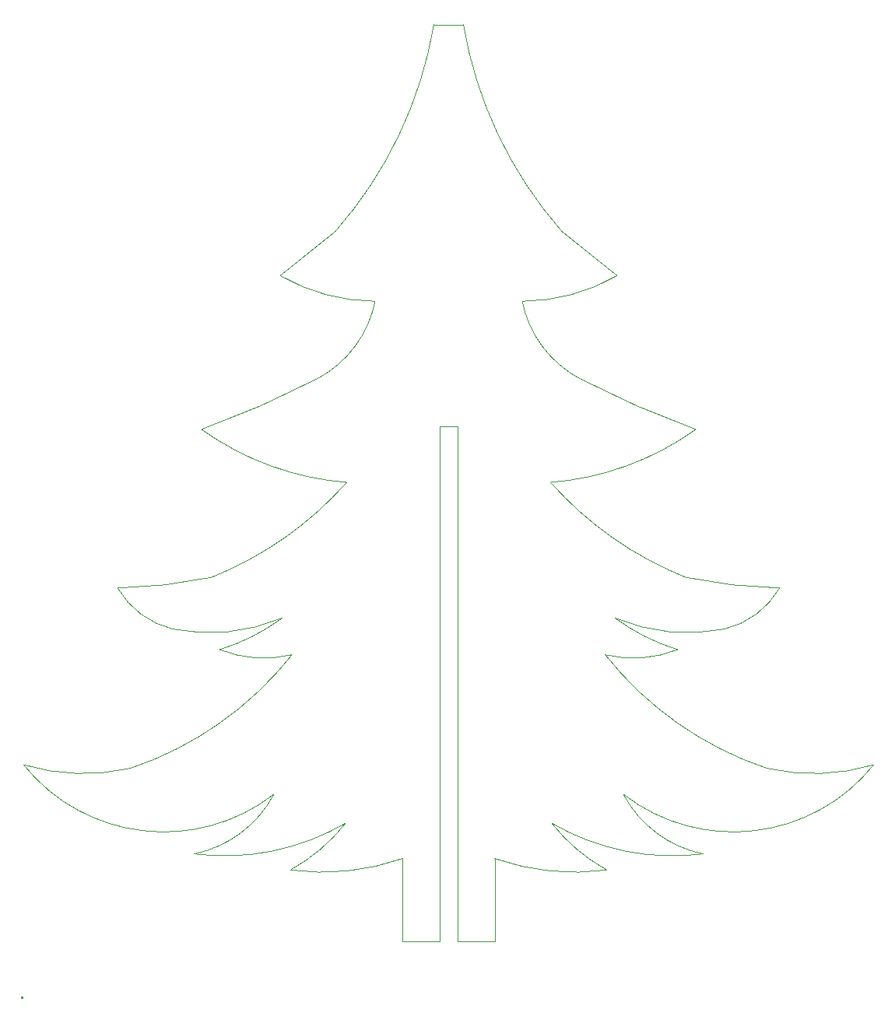
<source format=gbr>
%TF.GenerationSoftware,Altium Limited,Altium Designer,21.2.1 (34)*%
G04 Layer_Color=0*
%FSLAX25Y25*%
%MOIN*%
%TF.SameCoordinates,D4E26BF7-8A77-4173-AB59-83025396DDF1*%
%TF.FilePolarity,Positive*%
%TF.FileFunction,Profile,NP*%
%TF.Part,Single*%
G01*
G75*
%TA.AperFunction,Profile*%
%ADD16C,0.00100*%
G36*
D02*
D01*
X1000D01*
Y1000D01*
X0D01*
Y0D01*
D02*
G37*
D16*
X984Y100184D02*
G03*
X108225Y87598I60030J48322D01*
G01*
D02*
G02*
X74000Y62000I-44343J23607D01*
G01*
D02*
G03*
X138910Y75199I13035J102108D01*
G01*
D02*
G02*
X115250Y55110I-61461J48412D01*
G01*
D02*
G03*
X163343Y60039I13798J102461D01*
G01*
X163343Y24606D01*
X179091D01*
X179091Y245079D01*
X186965D01*
X186965Y24606D01*
X202713D01*
Y60039D01*
D02*
G03*
X250806Y55110I34295J97532D01*
G01*
D02*
G02*
X227146Y75199I37801J68500D01*
G01*
D02*
G03*
X292056Y62000I51876J88909D01*
G01*
D02*
G02*
X257831Y87598I10118J49206D01*
G01*
D02*
G03*
X365072Y100184I47211J60907D01*
G01*
D02*
G02*
X319269Y98718I-25686J86271D01*
G01*
D02*
G02*
X250119Y147323I47245J140709D01*
G01*
D02*
G03*
X281133Y149549I12010J49831D01*
G01*
D02*
G02*
X254202Y163131I26430J85898D01*
G01*
D02*
G03*
X301166Y158352I31258J74031D01*
G01*
D02*
G03*
X324797Y175933I-8743J36424D01*
G01*
D02*
G02*
X284619Y180499I4689J220314D01*
G01*
D02*
G02*
X226669Y221195I57564J143577D01*
G01*
D02*
G03*
X288906Y243909I-9801J123482D01*
G01*
D02*
G02*
X238976Y265773I137167J381181D01*
G01*
D02*
G02*
X214528Y298812I23058J42627D01*
G01*
D02*
G03*
X255174Y309778I-218J81618D01*
G01*
D02*
G02*
X231593Y328685I277405J370145D01*
G01*
D02*
G02*
X189369Y417336I134196J118299D01*
G01*
X176689Y417323D01*
D02*
G02*
X134464Y328686I-176399J29656D01*
G01*
D02*
G02*
X110882Y309778I-300997J351248D01*
G01*
D02*
G03*
X151528Y298812I40864J70652D01*
G01*
D02*
G02*
X127081Y265773I-47506J9588D01*
G01*
D02*
G02*
X77150Y243909I-187098J359317D01*
G01*
D02*
G03*
X139388Y221195I72039J100768D01*
G01*
D02*
G02*
X81438Y180499I-115514J102881D01*
G01*
D02*
G02*
X41259Y175933I-44868J215747D01*
G01*
D02*
G03*
X64891Y158352I32374J18843D01*
G01*
D02*
G03*
X111854Y163131I15705J78810D01*
G01*
D02*
G02*
X84923Y149549I-53360J72316D01*
G01*
D02*
G03*
X115938Y147323I19004J47605D01*
G01*
D02*
G02*
X46787Y98718I-116396J92104D01*
G01*
D02*
G02*
X984Y100184I-20116J87737D01*
G01*
%TF.MD5,8f7800899b108beb819cbcb1db7075a9*%
M02*

</source>
